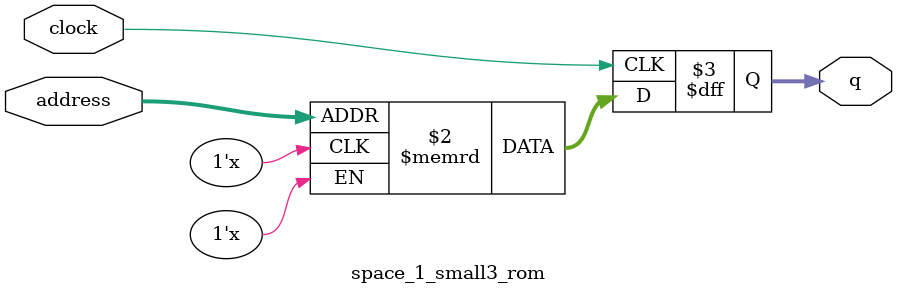
<source format=sv>
module space_1_small3_rom (
	input logic clock,
	input logic [16:0] address,
	output logic [3:0] q
);

logic [3:0] memory [0:76799] /* synthesis ram_init_file = "C:/Users/Carl/OneDrive - University of Illinois - Urbana/Documents/final_project/space_1_small3.mif" */;

always_ff @ (posedge clock) begin
	q <= memory[address];
end

endmodule

</source>
